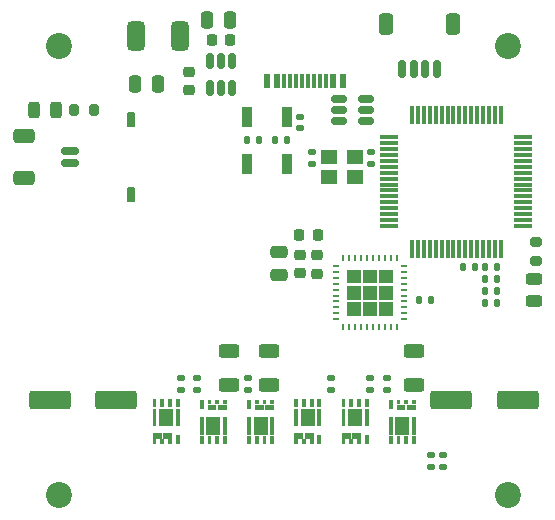
<source format=gtp>
%TF.GenerationSoftware,KiCad,Pcbnew,8.0.7*%
%TF.CreationDate,2025-10-10T17:09:57-07:00*%
%TF.ProjectId,CurlDrive-2,4375726c-4472-4697-9665-2d322e6b6963,rev?*%
%TF.SameCoordinates,Original*%
%TF.FileFunction,Paste,Top*%
%TF.FilePolarity,Positive*%
%FSLAX46Y46*%
G04 Gerber Fmt 4.6, Leading zero omitted, Abs format (unit mm)*
G04 Created by KiCad (PCBNEW 8.0.7) date 2025-10-10 17:09:57*
%MOMM*%
%LPD*%
G01*
G04 APERTURE LIST*
G04 Aperture macros list*
%AMRoundRect*
0 Rectangle with rounded corners*
0 $1 Rounding radius*
0 $2 $3 $4 $5 $6 $7 $8 $9 X,Y pos of 4 corners*
0 Add a 4 corners polygon primitive as box body*
4,1,4,$2,$3,$4,$5,$6,$7,$8,$9,$2,$3,0*
0 Add four circle primitives for the rounded corners*
1,1,$1+$1,$2,$3*
1,1,$1+$1,$4,$5*
1,1,$1+$1,$6,$7*
1,1,$1+$1,$8,$9*
0 Add four rect primitives between the rounded corners*
20,1,$1+$1,$2,$3,$4,$5,0*
20,1,$1+$1,$4,$5,$6,$7,0*
20,1,$1+$1,$6,$7,$8,$9,0*
20,1,$1+$1,$8,$9,$2,$3,0*%
G04 Aperture macros list end*
%ADD10C,0.010000*%
%ADD11C,0.000000*%
%ADD12C,2.200000*%
%ADD13RoundRect,0.135000X0.185000X-0.135000X0.185000X0.135000X-0.185000X0.135000X-0.185000X-0.135000X0*%
%ADD14RoundRect,0.250000X0.625000X-0.312500X0.625000X0.312500X-0.625000X0.312500X-0.625000X-0.312500X0*%
%ADD15RoundRect,0.150000X-0.512500X-0.150000X0.512500X-0.150000X0.512500X0.150000X-0.512500X0.150000X0*%
%ADD16RoundRect,0.250000X1.500000X0.550000X-1.500000X0.550000X-1.500000X-0.550000X1.500000X-0.550000X0*%
%ADD17RoundRect,0.200000X-0.275000X0.200000X-0.275000X-0.200000X0.275000X-0.200000X0.275000X0.200000X0*%
%ADD18RoundRect,0.135000X0.135000X0.185000X-0.135000X0.185000X-0.135000X-0.185000X0.135000X-0.185000X0*%
%ADD19RoundRect,0.140000X-0.140000X-0.170000X0.140000X-0.170000X0.140000X0.170000X-0.140000X0.170000X0*%
%ADD20R,1.400000X1.200000*%
%ADD21RoundRect,0.375000X0.375000X0.875000X-0.375000X0.875000X-0.375000X-0.875000X0.375000X-0.875000X0*%
%ADD22RoundRect,0.140000X0.170000X-0.140000X0.170000X0.140000X-0.170000X0.140000X-0.170000X-0.140000X0*%
%ADD23RoundRect,0.243750X-0.243750X-0.456250X0.243750X-0.456250X0.243750X0.456250X-0.243750X0.456250X0*%
%ADD24RoundRect,0.200000X0.200000X0.275000X-0.200000X0.275000X-0.200000X-0.275000X0.200000X-0.275000X0*%
%ADD25RoundRect,0.150000X0.150000X-0.512500X0.150000X0.512500X-0.150000X0.512500X-0.150000X-0.512500X0*%
%ADD26RoundRect,0.150000X-0.625000X0.150000X-0.625000X-0.150000X0.625000X-0.150000X0.625000X0.150000X0*%
%ADD27RoundRect,0.250000X-0.650000X0.350000X-0.650000X-0.350000X0.650000X-0.350000X0.650000X0.350000X0*%
%ADD28RoundRect,0.225000X-0.250000X0.225000X-0.250000X-0.225000X0.250000X-0.225000X0.250000X0.225000X0*%
%ADD29RoundRect,0.225000X0.225000X0.250000X-0.225000X0.250000X-0.225000X-0.250000X0.225000X-0.250000X0*%
%ADD30RoundRect,0.135000X-0.185000X0.135000X-0.185000X-0.135000X0.185000X-0.135000X0.185000X0.135000X0*%
%ADD31R,0.600000X1.240000*%
%ADD32R,0.300000X1.240000*%
%ADD33RoundRect,0.243750X0.456250X-0.243750X0.456250X0.243750X-0.456250X0.243750X-0.456250X-0.243750X0*%
%ADD34RoundRect,0.250000X-0.250000X-0.475000X0.250000X-0.475000X0.250000X0.475000X-0.250000X0.475000X0*%
%ADD35RoundRect,0.250000X0.475000X-0.250000X0.475000X0.250000X-0.475000X0.250000X-0.475000X-0.250000X0*%
%ADD36RoundRect,0.250000X-1.500000X-0.550000X1.500000X-0.550000X1.500000X0.550000X-1.500000X0.550000X0*%
%ADD37R,0.900000X1.700000*%
%ADD38RoundRect,0.225000X0.250000X-0.225000X0.250000X0.225000X-0.250000X0.225000X-0.250000X-0.225000X0*%
%ADD39RoundRect,0.150000X0.150000X0.625000X-0.150000X0.625000X-0.150000X-0.625000X0.150000X-0.625000X0*%
%ADD40RoundRect,0.250000X0.350000X0.650000X-0.350000X0.650000X-0.350000X-0.650000X0.350000X-0.650000X0*%
%ADD41RoundRect,0.135000X-0.135000X-0.185000X0.135000X-0.185000X0.135000X0.185000X-0.135000X0.185000X0*%
%ADD42RoundRect,0.114000X0.266000X0.521000X-0.266000X0.521000X-0.266000X-0.521000X0.266000X-0.521000X0*%
%ADD43O,0.599999X0.230000*%
%ADD44O,0.230000X0.599999*%
%ADD45RoundRect,0.075000X-0.700000X-0.075000X0.700000X-0.075000X0.700000X0.075000X-0.700000X0.075000X0*%
%ADD46RoundRect,0.075000X-0.075000X-0.700000X0.075000X-0.700000X0.075000X0.700000X-0.075000X0.700000X0*%
%ADD47RoundRect,0.140000X0.140000X0.170000X-0.140000X0.170000X-0.140000X-0.170000X0.140000X-0.170000X0*%
%ADD48RoundRect,0.250000X0.250000X0.475000X-0.250000X0.475000X-0.250000X-0.475000X0.250000X-0.475000X0*%
%ADD49RoundRect,0.140000X-0.170000X0.140000X-0.170000X-0.140000X0.170000X-0.140000X0.170000X0.140000X0*%
G04 APERTURE END LIST*
D10*
X139145000Y-111530000D02*
X138905000Y-111530000D01*
X138905000Y-110930000D01*
X139145000Y-110930000D01*
X139145000Y-111530000D01*
G36*
X139145000Y-111530000D02*
G01*
X138905000Y-111530000D01*
X138905000Y-110930000D01*
X139145000Y-110930000D01*
X139145000Y-111530000D01*
G37*
X139145000Y-113130000D02*
X138905000Y-113130000D01*
X138905000Y-111730000D01*
X139145000Y-111730000D01*
X139145000Y-113130000D01*
G36*
X139145000Y-113130000D02*
G01*
X138905000Y-113130000D01*
X138905000Y-111730000D01*
X139145000Y-111730000D01*
X139145000Y-113130000D01*
G37*
X139575000Y-114175000D02*
X138905000Y-114175000D01*
X138905000Y-113825000D01*
X139575000Y-113825000D01*
X139575000Y-114175000D01*
G36*
X139575000Y-114175000D02*
G01*
X138905000Y-114175000D01*
X138905000Y-113825000D01*
X139575000Y-113825000D01*
X139575000Y-114175000D01*
G37*
X139145000Y-114625000D02*
X138905000Y-114625000D01*
X138905000Y-114325000D01*
X139145000Y-114325000D01*
X139145000Y-114625000D01*
G36*
X139145000Y-114625000D02*
G01*
X138905000Y-114625000D01*
X138905000Y-114325000D01*
X139145000Y-114325000D01*
X139145000Y-114625000D01*
G37*
X140545000Y-113130000D02*
X139455000Y-113130000D01*
X139455000Y-111730000D01*
X140545000Y-111730000D01*
X140545000Y-113130000D01*
G36*
X140545000Y-113130000D02*
G01*
X139455000Y-113130000D01*
X139455000Y-111730000D01*
X140545000Y-111730000D01*
X140545000Y-113130000D01*
G37*
X139795000Y-111530000D02*
X139555000Y-111530000D01*
X139555000Y-110930000D01*
X139795000Y-110930000D01*
X139795000Y-111530000D01*
G36*
X139795000Y-111530000D02*
G01*
X139555000Y-111530000D01*
X139555000Y-110930000D01*
X139795000Y-110930000D01*
X139795000Y-111530000D01*
G37*
X139795000Y-114625000D02*
X139555000Y-114625000D01*
X139555000Y-114325000D01*
X139795000Y-114325000D01*
X139795000Y-114625000D01*
G36*
X139795000Y-114625000D02*
G01*
X139555000Y-114625000D01*
X139555000Y-114325000D01*
X139795000Y-114325000D01*
X139795000Y-114625000D01*
G37*
X140445000Y-114175000D02*
X139775000Y-114175000D01*
X139775000Y-113825000D01*
X140445000Y-113825000D01*
X140445000Y-114175000D01*
G36*
X140445000Y-114175000D02*
G01*
X139775000Y-114175000D01*
X139775000Y-113825000D01*
X140445000Y-113825000D01*
X140445000Y-114175000D01*
G37*
X140445000Y-111530000D02*
X140205000Y-111530000D01*
X140205000Y-110930000D01*
X140445000Y-110930000D01*
X140445000Y-111530000D01*
G36*
X140445000Y-111530000D02*
G01*
X140205000Y-111530000D01*
X140205000Y-110930000D01*
X140445000Y-110930000D01*
X140445000Y-111530000D01*
G37*
X140445000Y-114625000D02*
X140205000Y-114625000D01*
X140205000Y-114325000D01*
X140445000Y-114325000D01*
X140445000Y-114625000D01*
G36*
X140445000Y-114625000D02*
G01*
X140205000Y-114625000D01*
X140205000Y-114325000D01*
X140445000Y-114325000D01*
X140445000Y-114625000D01*
G37*
X141095000Y-111530000D02*
X140855000Y-111530000D01*
X140855000Y-110930000D01*
X141095000Y-110930000D01*
X141095000Y-111530000D01*
G36*
X141095000Y-111530000D02*
G01*
X140855000Y-111530000D01*
X140855000Y-110930000D01*
X141095000Y-110930000D01*
X141095000Y-111530000D01*
G37*
X141095000Y-113130000D02*
X140855000Y-113130000D01*
X140855000Y-111730000D01*
X141095000Y-111730000D01*
X141095000Y-113130000D01*
G36*
X141095000Y-113130000D02*
G01*
X140855000Y-113130000D01*
X140855000Y-111730000D01*
X141095000Y-111730000D01*
X141095000Y-113130000D01*
G37*
X141095000Y-114630000D02*
X140855000Y-114630000D01*
X140855000Y-113930000D01*
X141095000Y-113930000D01*
X141095000Y-114630000D01*
G36*
X141095000Y-114630000D02*
G01*
X140855000Y-114630000D01*
X140855000Y-113930000D01*
X141095000Y-113930000D01*
X141095000Y-114630000D01*
G37*
X155145000Y-111530000D02*
X154905000Y-111530000D01*
X154905000Y-110930000D01*
X155145000Y-110930000D01*
X155145000Y-111530000D01*
G36*
X155145000Y-111530000D02*
G01*
X154905000Y-111530000D01*
X154905000Y-110930000D01*
X155145000Y-110930000D01*
X155145000Y-111530000D01*
G37*
X155145000Y-113130000D02*
X154905000Y-113130000D01*
X154905000Y-111730000D01*
X155145000Y-111730000D01*
X155145000Y-113130000D01*
G36*
X155145000Y-113130000D02*
G01*
X154905000Y-113130000D01*
X154905000Y-111730000D01*
X155145000Y-111730000D01*
X155145000Y-113130000D01*
G37*
X155575000Y-114175000D02*
X154905000Y-114175000D01*
X154905000Y-113825000D01*
X155575000Y-113825000D01*
X155575000Y-114175000D01*
G36*
X155575000Y-114175000D02*
G01*
X154905000Y-114175000D01*
X154905000Y-113825000D01*
X155575000Y-113825000D01*
X155575000Y-114175000D01*
G37*
X155145000Y-114625000D02*
X154905000Y-114625000D01*
X154905000Y-114325000D01*
X155145000Y-114325000D01*
X155145000Y-114625000D01*
G36*
X155145000Y-114625000D02*
G01*
X154905000Y-114625000D01*
X154905000Y-114325000D01*
X155145000Y-114325000D01*
X155145000Y-114625000D01*
G37*
X156545000Y-113130000D02*
X155455000Y-113130000D01*
X155455000Y-111730000D01*
X156545000Y-111730000D01*
X156545000Y-113130000D01*
G36*
X156545000Y-113130000D02*
G01*
X155455000Y-113130000D01*
X155455000Y-111730000D01*
X156545000Y-111730000D01*
X156545000Y-113130000D01*
G37*
X155795000Y-111530000D02*
X155555000Y-111530000D01*
X155555000Y-110930000D01*
X155795000Y-110930000D01*
X155795000Y-111530000D01*
G36*
X155795000Y-111530000D02*
G01*
X155555000Y-111530000D01*
X155555000Y-110930000D01*
X155795000Y-110930000D01*
X155795000Y-111530000D01*
G37*
X155795000Y-114625000D02*
X155555000Y-114625000D01*
X155555000Y-114325000D01*
X155795000Y-114325000D01*
X155795000Y-114625000D01*
G36*
X155795000Y-114625000D02*
G01*
X155555000Y-114625000D01*
X155555000Y-114325000D01*
X155795000Y-114325000D01*
X155795000Y-114625000D01*
G37*
X156445000Y-114175000D02*
X155775000Y-114175000D01*
X155775000Y-113825000D01*
X156445000Y-113825000D01*
X156445000Y-114175000D01*
G36*
X156445000Y-114175000D02*
G01*
X155775000Y-114175000D01*
X155775000Y-113825000D01*
X156445000Y-113825000D01*
X156445000Y-114175000D01*
G37*
X156445000Y-111530000D02*
X156205000Y-111530000D01*
X156205000Y-110930000D01*
X156445000Y-110930000D01*
X156445000Y-111530000D01*
G36*
X156445000Y-111530000D02*
G01*
X156205000Y-111530000D01*
X156205000Y-110930000D01*
X156445000Y-110930000D01*
X156445000Y-111530000D01*
G37*
X156445000Y-114625000D02*
X156205000Y-114625000D01*
X156205000Y-114325000D01*
X156445000Y-114325000D01*
X156445000Y-114625000D01*
G36*
X156445000Y-114625000D02*
G01*
X156205000Y-114625000D01*
X156205000Y-114325000D01*
X156445000Y-114325000D01*
X156445000Y-114625000D01*
G37*
X157095000Y-111530000D02*
X156855000Y-111530000D01*
X156855000Y-110930000D01*
X157095000Y-110930000D01*
X157095000Y-111530000D01*
G36*
X157095000Y-111530000D02*
G01*
X156855000Y-111530000D01*
X156855000Y-110930000D01*
X157095000Y-110930000D01*
X157095000Y-111530000D01*
G37*
X157095000Y-113130000D02*
X156855000Y-113130000D01*
X156855000Y-111730000D01*
X157095000Y-111730000D01*
X157095000Y-113130000D01*
G36*
X157095000Y-113130000D02*
G01*
X156855000Y-113130000D01*
X156855000Y-111730000D01*
X157095000Y-111730000D01*
X157095000Y-113130000D01*
G37*
X157095000Y-114630000D02*
X156855000Y-114630000D01*
X156855000Y-113930000D01*
X157095000Y-113930000D01*
X157095000Y-114630000D01*
G36*
X157095000Y-114630000D02*
G01*
X156855000Y-114630000D01*
X156855000Y-113930000D01*
X157095000Y-113930000D01*
X157095000Y-114630000D01*
G37*
X147145000Y-111650000D02*
X146905000Y-111650000D01*
X146905000Y-110950000D01*
X147145000Y-110950000D01*
X147145000Y-111650000D01*
G36*
X147145000Y-111650000D02*
G01*
X146905000Y-111650000D01*
X146905000Y-110950000D01*
X147145000Y-110950000D01*
X147145000Y-111650000D01*
G37*
X147145000Y-113850000D02*
X146905000Y-113850000D01*
X146905000Y-112450000D01*
X147145000Y-112450000D01*
X147145000Y-113850000D01*
G36*
X147145000Y-113850000D02*
G01*
X146905000Y-113850000D01*
X146905000Y-112450000D01*
X147145000Y-112450000D01*
X147145000Y-113850000D01*
G37*
X147145000Y-114650000D02*
X146905000Y-114650000D01*
X146905000Y-114050000D01*
X147145000Y-114050000D01*
X147145000Y-114650000D01*
G36*
X147145000Y-114650000D02*
G01*
X146905000Y-114650000D01*
X146905000Y-114050000D01*
X147145000Y-114050000D01*
X147145000Y-114650000D01*
G37*
X147795000Y-111255000D02*
X147555000Y-111255000D01*
X147555000Y-110955000D01*
X147795000Y-110955000D01*
X147795000Y-111255000D01*
G36*
X147795000Y-111255000D02*
G01*
X147555000Y-111255000D01*
X147555000Y-110955000D01*
X147795000Y-110955000D01*
X147795000Y-111255000D01*
G37*
X147795000Y-114650000D02*
X147555000Y-114650000D01*
X147555000Y-114050000D01*
X147795000Y-114050000D01*
X147795000Y-114650000D01*
G36*
X147795000Y-114650000D02*
G01*
X147555000Y-114650000D01*
X147555000Y-114050000D01*
X147795000Y-114050000D01*
X147795000Y-114650000D01*
G37*
X148225000Y-111755000D02*
X147555000Y-111755000D01*
X147555000Y-111405000D01*
X148225000Y-111405000D01*
X148225000Y-111755000D01*
G36*
X148225000Y-111755000D02*
G01*
X147555000Y-111755000D01*
X147555000Y-111405000D01*
X148225000Y-111405000D01*
X148225000Y-111755000D01*
G37*
X148445000Y-111255000D02*
X148205000Y-111255000D01*
X148205000Y-110955000D01*
X148445000Y-110955000D01*
X148445000Y-111255000D01*
G36*
X148445000Y-111255000D02*
G01*
X148205000Y-111255000D01*
X148205000Y-110955000D01*
X148445000Y-110955000D01*
X148445000Y-111255000D01*
G37*
X148445000Y-114650000D02*
X148205000Y-114650000D01*
X148205000Y-114050000D01*
X148445000Y-114050000D01*
X148445000Y-114650000D01*
G36*
X148445000Y-114650000D02*
G01*
X148205000Y-114650000D01*
X148205000Y-114050000D01*
X148445000Y-114050000D01*
X148445000Y-114650000D01*
G37*
X148545000Y-113850000D02*
X147455000Y-113850000D01*
X147455000Y-112450000D01*
X148545000Y-112450000D01*
X148545000Y-113850000D01*
G36*
X148545000Y-113850000D02*
G01*
X147455000Y-113850000D01*
X147455000Y-112450000D01*
X148545000Y-112450000D01*
X148545000Y-113850000D01*
G37*
X149095000Y-111255000D02*
X148855000Y-111255000D01*
X148855000Y-110955000D01*
X149095000Y-110955000D01*
X149095000Y-111255000D01*
G36*
X149095000Y-111255000D02*
G01*
X148855000Y-111255000D01*
X148855000Y-110955000D01*
X149095000Y-110955000D01*
X149095000Y-111255000D01*
G37*
X149095000Y-111755000D02*
X148425000Y-111755000D01*
X148425000Y-111405000D01*
X149095000Y-111405000D01*
X149095000Y-111755000D01*
G36*
X149095000Y-111755000D02*
G01*
X148425000Y-111755000D01*
X148425000Y-111405000D01*
X149095000Y-111405000D01*
X149095000Y-111755000D01*
G37*
X149095000Y-113850000D02*
X148855000Y-113850000D01*
X148855000Y-112450000D01*
X149095000Y-112450000D01*
X149095000Y-113850000D01*
G36*
X149095000Y-113850000D02*
G01*
X148855000Y-113850000D01*
X148855000Y-112450000D01*
X149095000Y-112450000D01*
X149095000Y-113850000D01*
G37*
X149095000Y-114650000D02*
X148855000Y-114650000D01*
X148855000Y-114050000D01*
X149095000Y-114050000D01*
X149095000Y-114650000D01*
G36*
X149095000Y-114650000D02*
G01*
X148855000Y-114650000D01*
X148855000Y-114050000D01*
X149095000Y-114050000D01*
X149095000Y-114650000D01*
G37*
X159145000Y-111650000D02*
X158905000Y-111650000D01*
X158905000Y-110950000D01*
X159145000Y-110950000D01*
X159145000Y-111650000D01*
G36*
X159145000Y-111650000D02*
G01*
X158905000Y-111650000D01*
X158905000Y-110950000D01*
X159145000Y-110950000D01*
X159145000Y-111650000D01*
G37*
X159145000Y-113850000D02*
X158905000Y-113850000D01*
X158905000Y-112450000D01*
X159145000Y-112450000D01*
X159145000Y-113850000D01*
G36*
X159145000Y-113850000D02*
G01*
X158905000Y-113850000D01*
X158905000Y-112450000D01*
X159145000Y-112450000D01*
X159145000Y-113850000D01*
G37*
X159145000Y-114650000D02*
X158905000Y-114650000D01*
X158905000Y-114050000D01*
X159145000Y-114050000D01*
X159145000Y-114650000D01*
G36*
X159145000Y-114650000D02*
G01*
X158905000Y-114650000D01*
X158905000Y-114050000D01*
X159145000Y-114050000D01*
X159145000Y-114650000D01*
G37*
X159795000Y-111255000D02*
X159555000Y-111255000D01*
X159555000Y-110955000D01*
X159795000Y-110955000D01*
X159795000Y-111255000D01*
G36*
X159795000Y-111255000D02*
G01*
X159555000Y-111255000D01*
X159555000Y-110955000D01*
X159795000Y-110955000D01*
X159795000Y-111255000D01*
G37*
X159795000Y-114650000D02*
X159555000Y-114650000D01*
X159555000Y-114050000D01*
X159795000Y-114050000D01*
X159795000Y-114650000D01*
G36*
X159795000Y-114650000D02*
G01*
X159555000Y-114650000D01*
X159555000Y-114050000D01*
X159795000Y-114050000D01*
X159795000Y-114650000D01*
G37*
X160225000Y-111755000D02*
X159555000Y-111755000D01*
X159555000Y-111405000D01*
X160225000Y-111405000D01*
X160225000Y-111755000D01*
G36*
X160225000Y-111755000D02*
G01*
X159555000Y-111755000D01*
X159555000Y-111405000D01*
X160225000Y-111405000D01*
X160225000Y-111755000D01*
G37*
X160445000Y-111255000D02*
X160205000Y-111255000D01*
X160205000Y-110955000D01*
X160445000Y-110955000D01*
X160445000Y-111255000D01*
G36*
X160445000Y-111255000D02*
G01*
X160205000Y-111255000D01*
X160205000Y-110955000D01*
X160445000Y-110955000D01*
X160445000Y-111255000D01*
G37*
X160445000Y-114650000D02*
X160205000Y-114650000D01*
X160205000Y-114050000D01*
X160445000Y-114050000D01*
X160445000Y-114650000D01*
G36*
X160445000Y-114650000D02*
G01*
X160205000Y-114650000D01*
X160205000Y-114050000D01*
X160445000Y-114050000D01*
X160445000Y-114650000D01*
G37*
X160545000Y-113850000D02*
X159455000Y-113850000D01*
X159455000Y-112450000D01*
X160545000Y-112450000D01*
X160545000Y-113850000D01*
G36*
X160545000Y-113850000D02*
G01*
X159455000Y-113850000D01*
X159455000Y-112450000D01*
X160545000Y-112450000D01*
X160545000Y-113850000D01*
G37*
X161095000Y-111255000D02*
X160855000Y-111255000D01*
X160855000Y-110955000D01*
X161095000Y-110955000D01*
X161095000Y-111255000D01*
G36*
X161095000Y-111255000D02*
G01*
X160855000Y-111255000D01*
X160855000Y-110955000D01*
X161095000Y-110955000D01*
X161095000Y-111255000D01*
G37*
X161095000Y-111755000D02*
X160425000Y-111755000D01*
X160425000Y-111405000D01*
X161095000Y-111405000D01*
X161095000Y-111755000D01*
G36*
X161095000Y-111755000D02*
G01*
X160425000Y-111755000D01*
X160425000Y-111405000D01*
X161095000Y-111405000D01*
X161095000Y-111755000D01*
G37*
X161095000Y-113850000D02*
X160855000Y-113850000D01*
X160855000Y-112450000D01*
X161095000Y-112450000D01*
X161095000Y-113850000D01*
G36*
X161095000Y-113850000D02*
G01*
X160855000Y-113850000D01*
X160855000Y-112450000D01*
X161095000Y-112450000D01*
X161095000Y-113850000D01*
G37*
X161095000Y-114650000D02*
X160855000Y-114650000D01*
X160855000Y-114050000D01*
X161095000Y-114050000D01*
X161095000Y-114650000D01*
G36*
X161095000Y-114650000D02*
G01*
X160855000Y-114650000D01*
X160855000Y-114050000D01*
X161095000Y-114050000D01*
X161095000Y-114650000D01*
G37*
X151145000Y-111530000D02*
X150905000Y-111530000D01*
X150905000Y-110930000D01*
X151145000Y-110930000D01*
X151145000Y-111530000D01*
G36*
X151145000Y-111530000D02*
G01*
X150905000Y-111530000D01*
X150905000Y-110930000D01*
X151145000Y-110930000D01*
X151145000Y-111530000D01*
G37*
X151145000Y-113130000D02*
X150905000Y-113130000D01*
X150905000Y-111730000D01*
X151145000Y-111730000D01*
X151145000Y-113130000D01*
G36*
X151145000Y-113130000D02*
G01*
X150905000Y-113130000D01*
X150905000Y-111730000D01*
X151145000Y-111730000D01*
X151145000Y-113130000D01*
G37*
X151575000Y-114175000D02*
X150905000Y-114175000D01*
X150905000Y-113825000D01*
X151575000Y-113825000D01*
X151575000Y-114175000D01*
G36*
X151575000Y-114175000D02*
G01*
X150905000Y-114175000D01*
X150905000Y-113825000D01*
X151575000Y-113825000D01*
X151575000Y-114175000D01*
G37*
X151145000Y-114625000D02*
X150905000Y-114625000D01*
X150905000Y-114325000D01*
X151145000Y-114325000D01*
X151145000Y-114625000D01*
G36*
X151145000Y-114625000D02*
G01*
X150905000Y-114625000D01*
X150905000Y-114325000D01*
X151145000Y-114325000D01*
X151145000Y-114625000D01*
G37*
X152545000Y-113130000D02*
X151455000Y-113130000D01*
X151455000Y-111730000D01*
X152545000Y-111730000D01*
X152545000Y-113130000D01*
G36*
X152545000Y-113130000D02*
G01*
X151455000Y-113130000D01*
X151455000Y-111730000D01*
X152545000Y-111730000D01*
X152545000Y-113130000D01*
G37*
X151795000Y-111530000D02*
X151555000Y-111530000D01*
X151555000Y-110930000D01*
X151795000Y-110930000D01*
X151795000Y-111530000D01*
G36*
X151795000Y-111530000D02*
G01*
X151555000Y-111530000D01*
X151555000Y-110930000D01*
X151795000Y-110930000D01*
X151795000Y-111530000D01*
G37*
X151795000Y-114625000D02*
X151555000Y-114625000D01*
X151555000Y-114325000D01*
X151795000Y-114325000D01*
X151795000Y-114625000D01*
G36*
X151795000Y-114625000D02*
G01*
X151555000Y-114625000D01*
X151555000Y-114325000D01*
X151795000Y-114325000D01*
X151795000Y-114625000D01*
G37*
X152445000Y-114175000D02*
X151775000Y-114175000D01*
X151775000Y-113825000D01*
X152445000Y-113825000D01*
X152445000Y-114175000D01*
G36*
X152445000Y-114175000D02*
G01*
X151775000Y-114175000D01*
X151775000Y-113825000D01*
X152445000Y-113825000D01*
X152445000Y-114175000D01*
G37*
X152445000Y-111530000D02*
X152205000Y-111530000D01*
X152205000Y-110930000D01*
X152445000Y-110930000D01*
X152445000Y-111530000D01*
G36*
X152445000Y-111530000D02*
G01*
X152205000Y-111530000D01*
X152205000Y-110930000D01*
X152445000Y-110930000D01*
X152445000Y-111530000D01*
G37*
X152445000Y-114625000D02*
X152205000Y-114625000D01*
X152205000Y-114325000D01*
X152445000Y-114325000D01*
X152445000Y-114625000D01*
G36*
X152445000Y-114625000D02*
G01*
X152205000Y-114625000D01*
X152205000Y-114325000D01*
X152445000Y-114325000D01*
X152445000Y-114625000D01*
G37*
X153095000Y-111530000D02*
X152855000Y-111530000D01*
X152855000Y-110930000D01*
X153095000Y-110930000D01*
X153095000Y-111530000D01*
G36*
X153095000Y-111530000D02*
G01*
X152855000Y-111530000D01*
X152855000Y-110930000D01*
X153095000Y-110930000D01*
X153095000Y-111530000D01*
G37*
X153095000Y-113130000D02*
X152855000Y-113130000D01*
X152855000Y-111730000D01*
X153095000Y-111730000D01*
X153095000Y-113130000D01*
G36*
X153095000Y-113130000D02*
G01*
X152855000Y-113130000D01*
X152855000Y-111730000D01*
X153095000Y-111730000D01*
X153095000Y-113130000D01*
G37*
X153095000Y-114630000D02*
X152855000Y-114630000D01*
X152855000Y-113930000D01*
X153095000Y-113930000D01*
X153095000Y-114630000D01*
G36*
X153095000Y-114630000D02*
G01*
X152855000Y-114630000D01*
X152855000Y-113930000D01*
X153095000Y-113930000D01*
X153095000Y-114630000D01*
G37*
X143145000Y-111650000D02*
X142905000Y-111650000D01*
X142905000Y-110950000D01*
X143145000Y-110950000D01*
X143145000Y-111650000D01*
G36*
X143145000Y-111650000D02*
G01*
X142905000Y-111650000D01*
X142905000Y-110950000D01*
X143145000Y-110950000D01*
X143145000Y-111650000D01*
G37*
X143145000Y-113850000D02*
X142905000Y-113850000D01*
X142905000Y-112450000D01*
X143145000Y-112450000D01*
X143145000Y-113850000D01*
G36*
X143145000Y-113850000D02*
G01*
X142905000Y-113850000D01*
X142905000Y-112450000D01*
X143145000Y-112450000D01*
X143145000Y-113850000D01*
G37*
X143145000Y-114650000D02*
X142905000Y-114650000D01*
X142905000Y-114050000D01*
X143145000Y-114050000D01*
X143145000Y-114650000D01*
G36*
X143145000Y-114650000D02*
G01*
X142905000Y-114650000D01*
X142905000Y-114050000D01*
X143145000Y-114050000D01*
X143145000Y-114650000D01*
G37*
X143795000Y-111255000D02*
X143555000Y-111255000D01*
X143555000Y-110955000D01*
X143795000Y-110955000D01*
X143795000Y-111255000D01*
G36*
X143795000Y-111255000D02*
G01*
X143555000Y-111255000D01*
X143555000Y-110955000D01*
X143795000Y-110955000D01*
X143795000Y-111255000D01*
G37*
X143795000Y-114650000D02*
X143555000Y-114650000D01*
X143555000Y-114050000D01*
X143795000Y-114050000D01*
X143795000Y-114650000D01*
G36*
X143795000Y-114650000D02*
G01*
X143555000Y-114650000D01*
X143555000Y-114050000D01*
X143795000Y-114050000D01*
X143795000Y-114650000D01*
G37*
X144225000Y-111755000D02*
X143555000Y-111755000D01*
X143555000Y-111405000D01*
X144225000Y-111405000D01*
X144225000Y-111755000D01*
G36*
X144225000Y-111755000D02*
G01*
X143555000Y-111755000D01*
X143555000Y-111405000D01*
X144225000Y-111405000D01*
X144225000Y-111755000D01*
G37*
X144445000Y-111255000D02*
X144205000Y-111255000D01*
X144205000Y-110955000D01*
X144445000Y-110955000D01*
X144445000Y-111255000D01*
G36*
X144445000Y-111255000D02*
G01*
X144205000Y-111255000D01*
X144205000Y-110955000D01*
X144445000Y-110955000D01*
X144445000Y-111255000D01*
G37*
X144445000Y-114650000D02*
X144205000Y-114650000D01*
X144205000Y-114050000D01*
X144445000Y-114050000D01*
X144445000Y-114650000D01*
G36*
X144445000Y-114650000D02*
G01*
X144205000Y-114650000D01*
X144205000Y-114050000D01*
X144445000Y-114050000D01*
X144445000Y-114650000D01*
G37*
X144545000Y-113850000D02*
X143455000Y-113850000D01*
X143455000Y-112450000D01*
X144545000Y-112450000D01*
X144545000Y-113850000D01*
G36*
X144545000Y-113850000D02*
G01*
X143455000Y-113850000D01*
X143455000Y-112450000D01*
X144545000Y-112450000D01*
X144545000Y-113850000D01*
G37*
X145095000Y-111255000D02*
X144855000Y-111255000D01*
X144855000Y-110955000D01*
X145095000Y-110955000D01*
X145095000Y-111255000D01*
G36*
X145095000Y-111255000D02*
G01*
X144855000Y-111255000D01*
X144855000Y-110955000D01*
X145095000Y-110955000D01*
X145095000Y-111255000D01*
G37*
X145095000Y-111755000D02*
X144425000Y-111755000D01*
X144425000Y-111405000D01*
X145095000Y-111405000D01*
X145095000Y-111755000D01*
G36*
X145095000Y-111755000D02*
G01*
X144425000Y-111755000D01*
X144425000Y-111405000D01*
X145095000Y-111405000D01*
X145095000Y-111755000D01*
G37*
X145095000Y-113850000D02*
X144855000Y-113850000D01*
X144855000Y-112450000D01*
X145095000Y-112450000D01*
X145095000Y-113850000D01*
G36*
X145095000Y-113850000D02*
G01*
X144855000Y-113850000D01*
X144855000Y-112450000D01*
X145095000Y-112450000D01*
X145095000Y-113850000D01*
G37*
X145095000Y-114650000D02*
X144855000Y-114650000D01*
X144855000Y-114050000D01*
X145095000Y-114050000D01*
X145095000Y-114650000D01*
G36*
X145095000Y-114650000D02*
G01*
X144855000Y-114650000D01*
X144855000Y-114050000D01*
X145095000Y-114050000D01*
X145095000Y-114650000D01*
G37*
D11*
G36*
X156514999Y-101114999D02*
G01*
X155344999Y-101114999D01*
X155344999Y-99944999D01*
X156514999Y-99944999D01*
X156514999Y-101114999D01*
G37*
G36*
X156514999Y-102484999D02*
G01*
X155344999Y-102484999D01*
X155344999Y-101314999D01*
X156514999Y-101314999D01*
X156514999Y-102484999D01*
G37*
G36*
X156514999Y-103854999D02*
G01*
X155344999Y-103854999D01*
X155344999Y-102684999D01*
X156514999Y-102684999D01*
X156514999Y-103854999D01*
G37*
G36*
X157884999Y-101114999D02*
G01*
X156714999Y-101114999D01*
X156714999Y-99944999D01*
X157884999Y-99944999D01*
X157884999Y-101114999D01*
G37*
G36*
X157884999Y-102484999D02*
G01*
X156714999Y-102484999D01*
X156714999Y-101314999D01*
X157884999Y-101314999D01*
X157884999Y-102484999D01*
G37*
G36*
X157884999Y-103854999D02*
G01*
X156714999Y-103854999D01*
X156714999Y-102684999D01*
X157884999Y-102684999D01*
X157884999Y-103854999D01*
G37*
G36*
X159254999Y-101114999D02*
G01*
X158084999Y-101114999D01*
X158084999Y-99944999D01*
X159254999Y-99944999D01*
X159254999Y-101114999D01*
G37*
G36*
X159254999Y-102484999D02*
G01*
X158084999Y-102484999D01*
X158084999Y-101314999D01*
X159254999Y-101314999D01*
X159254999Y-102484999D01*
G37*
G36*
X159254999Y-103854999D02*
G01*
X158084999Y-103854999D01*
X158084999Y-102684999D01*
X159254999Y-102684999D01*
X159254999Y-103854999D01*
G37*
D12*
X131000000Y-81000000D03*
X131000000Y-119000000D03*
X169000000Y-119000000D03*
X169000000Y-81000000D03*
D13*
X157300000Y-110151430D03*
X157300000Y-109131430D03*
X141300000Y-110151430D03*
X141300000Y-109131430D03*
X154000000Y-110151430D03*
X154000000Y-109131430D03*
D14*
X161067998Y-109750000D03*
X161067998Y-106825000D03*
D15*
X154662500Y-85500000D03*
X154662500Y-86450000D03*
X154662500Y-87400000D03*
X156937500Y-87400000D03*
X156937500Y-86450000D03*
X156937500Y-85500000D03*
D16*
X135800000Y-111000000D03*
X130200000Y-111000000D03*
D17*
X171400000Y-97575000D03*
X171400000Y-99225000D03*
D18*
X147900000Y-89000000D03*
X146880000Y-89000000D03*
D14*
X148775000Y-109762500D03*
X148775000Y-106837500D03*
D19*
X161470000Y-102550000D03*
X162430000Y-102550000D03*
D20*
X153825000Y-92150000D03*
X156025000Y-92150000D03*
X156025000Y-90450000D03*
X153825000Y-90450000D03*
D21*
X141200000Y-80140000D03*
X137500000Y-80140000D03*
D22*
X152425000Y-90990000D03*
X152425000Y-90030000D03*
D23*
X128862500Y-86400000D03*
X130737500Y-86400000D03*
D24*
X133925000Y-86400000D03*
X132275000Y-86400000D03*
D25*
X143750000Y-84537500D03*
X144700000Y-84537500D03*
X145650000Y-84537500D03*
X145650000Y-82262500D03*
X144700000Y-82262500D03*
X143750000Y-82262500D03*
D26*
X131875000Y-89925000D03*
X131875000Y-90925000D03*
D27*
X128000000Y-88625000D03*
X128000000Y-92225000D03*
D14*
X145400000Y-109762500D03*
X145400000Y-106837500D03*
D13*
X142700000Y-110151430D03*
X142700000Y-109131430D03*
D28*
X151375000Y-98725000D03*
X151375000Y-100275000D03*
D29*
X145475000Y-80550000D03*
X143925000Y-80550000D03*
D30*
X163500000Y-115640000D03*
X163500000Y-116660000D03*
D19*
X167070000Y-99750000D03*
X168030000Y-99750000D03*
D28*
X152850000Y-98750000D03*
X152850000Y-100300000D03*
D31*
X155000000Y-83975000D03*
X154200000Y-83975000D03*
D32*
X153050000Y-83975000D03*
X152050000Y-83975000D03*
X151550000Y-83975000D03*
X150550000Y-83975000D03*
D31*
X149400000Y-83975000D03*
X148600000Y-83975000D03*
X148600000Y-83975000D03*
X149400000Y-83975000D03*
D32*
X150050000Y-83975000D03*
X151050000Y-83975000D03*
X152550000Y-83975000D03*
X153550000Y-83975000D03*
D31*
X154200000Y-83975000D03*
X155000000Y-83975000D03*
D33*
X171200000Y-102637500D03*
X171200000Y-100762500D03*
D34*
X137430000Y-84200000D03*
X139330000Y-84200000D03*
D35*
X149600000Y-100375000D03*
X149600000Y-98475000D03*
D36*
X164200000Y-111000000D03*
X169800000Y-111000000D03*
D29*
X152875000Y-97050000D03*
X151325000Y-97050000D03*
D37*
X150285000Y-87000000D03*
X146885000Y-87000000D03*
D38*
X141980000Y-84750000D03*
X141980000Y-83200000D03*
D39*
X163000000Y-83000000D03*
X162000000Y-83000000D03*
X161000000Y-83000000D03*
X160000000Y-83000000D03*
D40*
X164300000Y-79125000D03*
X158700000Y-79125000D03*
D41*
X167050000Y-101750000D03*
X168070000Y-101750000D03*
D19*
X167080000Y-100750000D03*
X168040000Y-100750000D03*
D42*
X137100000Y-87250000D03*
X137100000Y-93600000D03*
D43*
X154400000Y-99649998D03*
X154400000Y-100149997D03*
X154400000Y-100649999D03*
X154400000Y-101149998D03*
X154400000Y-101649999D03*
X154400000Y-102149999D03*
X154400000Y-102649997D03*
X154400000Y-103149999D03*
X154400000Y-103649998D03*
X154400000Y-104150000D03*
D44*
X155049998Y-104799998D03*
X155549997Y-104799998D03*
X156049999Y-104799998D03*
X156549998Y-104799998D03*
X157049999Y-104799998D03*
X157549999Y-104799998D03*
X158049997Y-104799998D03*
X158549999Y-104799998D03*
X159049998Y-104799998D03*
X159550000Y-104799998D03*
D43*
X160199998Y-104150000D03*
X160199998Y-103649998D03*
X160199998Y-103149999D03*
X160199998Y-102649997D03*
X160199998Y-102149999D03*
X160199998Y-101649999D03*
X160199998Y-101149998D03*
X160199998Y-100649999D03*
X160199998Y-100149997D03*
X160199998Y-99649998D03*
D44*
X159550000Y-99000000D03*
X159049998Y-99000000D03*
X158549999Y-99000000D03*
X158049997Y-99000000D03*
X157549999Y-99000000D03*
X157049999Y-99000000D03*
X156549998Y-99000000D03*
X156049999Y-99000000D03*
X155549997Y-99000000D03*
X155049998Y-99000000D03*
D45*
X158945000Y-88750000D03*
X158945000Y-89250000D03*
X158945000Y-89750000D03*
X158945000Y-90250000D03*
X158945000Y-90750000D03*
X158945000Y-91250000D03*
X158945000Y-91750000D03*
X158945000Y-92250000D03*
X158945000Y-92750000D03*
X158945000Y-93250000D03*
X158945000Y-93750000D03*
X158945000Y-94250000D03*
X158945000Y-94750000D03*
X158945000Y-95250000D03*
X158945000Y-95750000D03*
X158945000Y-96250000D03*
D46*
X160870000Y-98175000D03*
X161370000Y-98175000D03*
X161870000Y-98175000D03*
X162370000Y-98175000D03*
X162870000Y-98175000D03*
X163370000Y-98175000D03*
X163870000Y-98175000D03*
X164370000Y-98175000D03*
X164870000Y-98175000D03*
X165370000Y-98175000D03*
X165870000Y-98175000D03*
X166370000Y-98175000D03*
X166870000Y-98175000D03*
X167370000Y-98175000D03*
X167870000Y-98175000D03*
X168370000Y-98175000D03*
D45*
X170295000Y-96250000D03*
X170295000Y-95750000D03*
X170295000Y-95250000D03*
X170295000Y-94750000D03*
X170295000Y-94250000D03*
X170295000Y-93750000D03*
X170295000Y-93250000D03*
X170295000Y-92750000D03*
X170295000Y-92250000D03*
X170295000Y-91750000D03*
X170295000Y-91250000D03*
X170295000Y-90750000D03*
X170295000Y-90250000D03*
X170295000Y-89750000D03*
X170295000Y-89250000D03*
X170295000Y-88750000D03*
D46*
X168370000Y-86825000D03*
X167870000Y-86825000D03*
X167370000Y-86825000D03*
X166870000Y-86825000D03*
X166370000Y-86825000D03*
X165870000Y-86825000D03*
X165370000Y-86825000D03*
X164870000Y-86825000D03*
X164370000Y-86825000D03*
X163870000Y-86825000D03*
X163370000Y-86825000D03*
X162870000Y-86825000D03*
X162370000Y-86825000D03*
X161870000Y-86825000D03*
X161370000Y-86825000D03*
X160870000Y-86825000D03*
D47*
X168040000Y-102750000D03*
X167080000Y-102750000D03*
D30*
X162500000Y-115640000D03*
X162500000Y-116660000D03*
D13*
X147000000Y-110151430D03*
X147000000Y-109131430D03*
D19*
X165200000Y-99750000D03*
X166160000Y-99750000D03*
D48*
X145425000Y-78840000D03*
X143525000Y-78840000D03*
D18*
X150290000Y-89000000D03*
X149270000Y-89000000D03*
D37*
X146885000Y-91000000D03*
X150285000Y-91000000D03*
D49*
X157425000Y-90020000D03*
X157425000Y-90980000D03*
D22*
X151400000Y-87960000D03*
X151400000Y-87000000D03*
D13*
X158750000Y-110151430D03*
X158750000Y-109131430D03*
M02*

</source>
